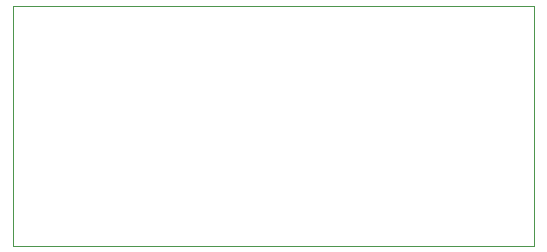
<source format=gtp>
G75*
%MOIN*%
%OFA0B0*%
%FSLAX25Y25*%
%IPPOS*%
%LPD*%
%AMOC8*
5,1,8,0,0,1.08239X$1,22.5*
%
%ADD10C,0.00000*%
D10*
X0001250Y0001250D02*
X0001250Y0081211D01*
X0174951Y0081211D01*
X0174951Y0001250D01*
X0001250Y0001250D01*
M02*

</source>
